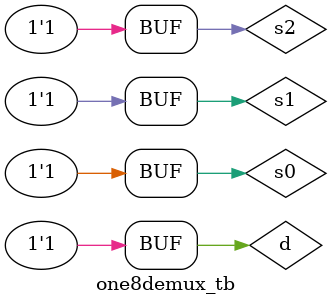
<source format=v>

module one8demux(a0,a1,a2,a3,a4,a5,a6,a7,s2,s1,s0,d);
  output a0,a1,a2,a3,a4,a5,a6,a7;
  input d,s1,s2,s0;
  
  assign a0 = d&~s0&~s1&~s2;
  assign a1 = d& s0&~s1&~s2;
  assign a2 = d&~s0& s1&~s2;
  assign a3 = d& s0& s1&~s2;
  assign a4 = d&~s0&~s1& s2;
  assign a5 = d& s0&~s1& s2;
  assign a6 = d&~s0& s1& s2;
  assign a7 = d& s0& s1& s2;
  
  endmodule

//testbench

module one8demux_tb;
  wire a0,a1,a2,a3,a4,a5,a6,a7;
  reg d,s2,s1,s0;
  one8demux eight1tb(.a0(a0),.a1(a1),.a2(a2),.a3(a3),.a4(a4),.a5(a5),.a6(a6),.a7(a7),.s2(s2),.s1(s1),.s0(s0),.d(d));
 
  initial 
    begin
      d = 1;
      #5 s2=1'b0; s1=1'b0; s0=1'b0;
      #5 s2=1'b0; s1=1'b0; s0=1'b1;
      #5 s2=1'b0; s1=1'b1; s0=1'b0;
      #5 s2=1'b0; s1=1'b1; s0=1'b1;
      #5 s2=1'b1; s1=1'b0; s0=1'b0;
      #5 s2=1'b1; s1=1'b0; s0=1'b1;
      #5 s2=1'b1; s1=1'b1; s0=1'b0;
      #5 s2=1'b1; s1=1'b1; s0=1'b1;
    end
  always@(s2,s1,s0)
    $monitor("time=%0t,s2=%b,s1 = %b,s0 = %b, {a7,a6,a5,a4,a3,a2,a1,a0} = %b",$time,s2,s1,s0,{a7,a6,a5,a4,a3,a2,a1,a0});
endmodule

</source>
